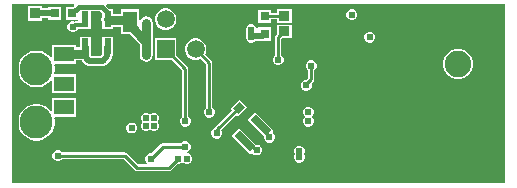
<source format=gbl>
G04*
G04 #@! TF.GenerationSoftware,Altium Limited,Altium Designer,22.10.1 (41)*
G04*
G04 Layer_Physical_Order=4*
G04 Layer_Color=16711680*
%FSTAX24Y24*%
%MOIN*%
G70*
G04*
G04 #@! TF.SameCoordinates,87BD3A09-32BE-4FA1-A735-6A54E07DCED2*
G04*
G04*
G04 #@! TF.FilePolarity,Positive*
G04*
G01*
G75*
%ADD29R,0.0335X0.0374*%
%ADD30R,0.0374X0.0335*%
G04:AMPARAMS|DCode=33|XSize=23.6mil|YSize=29.5mil|CornerRadius=0mil|HoleSize=0mil|Usage=FLASHONLY|Rotation=315.000|XOffset=0mil|YOffset=0mil|HoleType=Round|Shape=Rectangle|*
%AMROTATEDRECTD33*
4,1,4,-0.0188,-0.0021,0.0021,0.0188,0.0188,0.0021,-0.0021,-0.0188,-0.0188,-0.0021,0.0*
%
%ADD33ROTATEDRECTD33*%

%ADD36C,0.1004*%
%ADD37C,0.0886*%
%ADD38C,0.1102*%
%ADD39R,0.0594X0.0594*%
%ADD40C,0.0594*%
%ADD41C,0.0100*%
%ADD43C,0.0150*%
%ADD44C,0.0200*%
%ADD46C,0.0300*%
%ADD47C,0.0118*%
%ADD48C,0.0240*%
%ADD49R,0.0484X0.0709*%
%ADD50R,0.0315X0.0315*%
%ADD51R,0.0315X0.0315*%
G04:AMPARAMS|DCode=52|XSize=23.6mil|YSize=74.8mil|CornerRadius=0mil|HoleSize=0mil|Usage=FLASHONLY|Rotation=45.000|XOffset=0mil|YOffset=0mil|HoleType=Round|Shape=Rectangle|*
%AMROTATEDRECTD52*
4,1,4,0.0181,-0.0348,-0.0348,0.0181,-0.0181,0.0348,0.0348,-0.0181,0.0181,-0.0348,0.0*
%
%ADD52ROTATEDRECTD52*%

G04:AMPARAMS|DCode=53|XSize=15.7mil|YSize=74.8mil|CornerRadius=0mil|HoleSize=0mil|Usage=FLASHONLY|Rotation=45.000|XOffset=0mil|YOffset=0mil|HoleType=Round|Shape=Rectangle|*
%AMROTATEDRECTD53*
4,1,4,0.0209,-0.0320,-0.0320,0.0209,-0.0209,0.0320,0.0320,-0.0209,0.0209,-0.0320,0.0*
%
%ADD53ROTATEDRECTD53*%

%ADD54R,0.0236X0.0520*%
%ADD55R,0.0669X0.0512*%
G36*
X022949Y005322D02*
X00654D01*
Y011298D01*
X008583D01*
X008602Y011252D01*
X008568Y011217D01*
X008328D01*
Y010783D01*
X008722D01*
X008755Y010733D01*
X008751Y010723D01*
X008635D01*
X008635Y010723D01*
X008613Y010719D01*
X008586Y01073D01*
X008514D01*
X008448Y010703D01*
X008397Y010652D01*
X00837Y010586D01*
Y010514D01*
X008397Y010448D01*
X008448Y010397D01*
X008514Y01037D01*
X008586D01*
X008652Y010397D01*
X008703Y010448D01*
X008716Y010481D01*
X008917D01*
X008917Y010481D01*
X008928Y010483D01*
X009154D01*
Y011065D01*
X009467D01*
X009543Y010989D01*
Y010899D01*
X009526Y010873D01*
X00951Y010791D01*
X009526Y010709D01*
X009546Y01068D01*
Y010483D01*
X009902D01*
Y010545D01*
X010148D01*
Y010301D01*
X010449D01*
X010786Y009965D01*
Y0096D01*
X010802Y009518D01*
X010849Y009449D01*
X010918Y009402D01*
X011Y009386D01*
X011082Y009402D01*
X011151Y009449D01*
X011198Y009518D01*
X011214Y0096D01*
Y010054D01*
Y010675D01*
X011198Y010757D01*
X011151Y010826D01*
X011082Y010872D01*
X011Y010889D01*
X010918Y010872D01*
X010849Y010826D01*
X010802Y010757D01*
X010802Y010756D01*
X010752Y010761D01*
Y01113D01*
X010148D01*
Y010973D01*
X009902D01*
Y011123D01*
X009792D01*
X009778Y011143D01*
X00967Y011252D01*
X009689Y011298D01*
X022949D01*
Y005322D01*
D02*
G37*
%LPC*%
G36*
X015847Y011133D02*
X015353D01*
Y011018D01*
X015167D01*
Y011113D01*
X014733D01*
Y010678D01*
X015167D01*
Y010794D01*
X015353D01*
Y010679D01*
X015847D01*
Y011133D01*
D02*
G37*
G36*
X007533Y011247D02*
X007079D01*
Y010753D01*
X007533D01*
Y010837D01*
X007737D01*
Y010783D01*
X008172D01*
Y011217D01*
X007737D01*
Y011163D01*
X007533D01*
Y011247D01*
D02*
G37*
G36*
X017887Y011129D02*
X017815D01*
X017749Y011102D01*
X017698Y011051D01*
X017671Y010985D01*
Y010913D01*
X017698Y010847D01*
X017749Y010796D01*
X017815Y010769D01*
X017887D01*
X017953Y010796D01*
X018004Y010847D01*
X018031Y010913D01*
Y010985D01*
X018004Y011051D01*
X017953Y011102D01*
X017887Y011129D01*
D02*
G37*
G36*
X011697Y011157D02*
X011603D01*
X011512Y011133D01*
X011431Y011086D01*
X011364Y011019D01*
X011317Y010938D01*
X011293Y010847D01*
Y010753D01*
X011317Y010662D01*
X011364Y010581D01*
X011431Y010514D01*
X011512Y010467D01*
X011603Y010443D01*
X011697D01*
X011788Y010467D01*
X011869Y010514D01*
X011936Y010581D01*
X011983Y010662D01*
X012007Y010753D01*
Y010847D01*
X011983Y010938D01*
X011936Y011019D01*
X011869Y011086D01*
X011788Y011133D01*
X011697Y011157D01*
D02*
G37*
G36*
X018486Y01038D02*
X018414D01*
X018348Y010353D01*
X018297Y010302D01*
X01827Y010236D01*
Y010164D01*
X018297Y010098D01*
X018348Y010047D01*
X018414Y01002D01*
X018486D01*
X018552Y010047D01*
X018603Y010098D01*
X01863Y010164D01*
Y010236D01*
X018603Y010302D01*
X018552Y010353D01*
X018486Y01038D01*
D02*
G37*
G36*
X014536Y010622D02*
X014464D01*
X014398Y010594D01*
X014347Y010544D01*
X01432Y010477D01*
Y010406D01*
X014337Y010365D01*
Y010277D01*
X01432Y010236D01*
Y010164D01*
X014347Y010098D01*
X014398Y010047D01*
X014464Y01002D01*
X014536D01*
X014602Y010047D01*
X014639Y010084D01*
X014893D01*
X014908Y010087D01*
X015167D01*
Y010522D01*
X014733D01*
Y01041D01*
X01468D01*
Y010477D01*
X014653Y010544D01*
X014602Y010594D01*
X014536Y010622D01*
D02*
G37*
G36*
X009902Y010217D02*
X009546D01*
Y009895D01*
X009543Y009879D01*
Y009623D01*
X009482Y009563D01*
X009179D01*
X009157Y009585D01*
Y009879D01*
X009154Y009895D01*
Y010217D01*
X008798D01*
Y009864D01*
X008664D01*
Y009944D01*
X007874D01*
Y009528D01*
X007826Y009514D01*
X007818Y009525D01*
X007733Y009611D01*
X007633Y009677D01*
X007522Y009724D01*
X007404Y009747D01*
X007284D01*
X007165Y009724D01*
X007054Y009677D01*
X006954Y009611D01*
X006869Y009525D01*
X006802Y009425D01*
X006756Y009314D01*
X006733Y009196D01*
Y009076D01*
X006756Y008958D01*
X006802Y008846D01*
X006869Y008746D01*
X006954Y008661D01*
X007054Y008594D01*
X007165Y008548D01*
X007284Y008525D01*
X007404D01*
X007522Y008548D01*
X007633Y008594D01*
X007733Y008661D01*
X007818Y008746D01*
X007826Y008758D01*
X007874Y008744D01*
Y008328D01*
X008664D01*
Y00896D01*
X007971D01*
X00794Y008998D01*
X007955Y009076D01*
Y009196D01*
X00794Y009273D01*
X007971Y009312D01*
X008664D01*
Y009436D01*
X00885D01*
X008855Y009437D01*
X008879Y009402D01*
X008996Y009285D01*
X009049Y009249D01*
X009111Y009237D01*
X00955D01*
X009612Y009249D01*
X009665Y009285D01*
X009821Y009441D01*
X009857Y009493D01*
X009869Y009556D01*
Y009577D01*
X009902D01*
Y010217D01*
D02*
G37*
G36*
X015847Y010621D02*
X015353D01*
Y010306D01*
X015321Y010273D01*
X015296Y010237D01*
X015288Y010194D01*
X015288Y010194D01*
Y009593D01*
X015247Y009552D01*
X01522Y009486D01*
Y009414D01*
X015247Y009348D01*
X015298Y009297D01*
X015364Y00927D01*
X015436D01*
X015502Y009297D01*
X015553Y009348D01*
X01558Y009414D01*
Y009486D01*
X015553Y009552D01*
X015512Y009593D01*
Y010148D01*
X015531Y010167D01*
X015847D01*
Y010621D01*
D02*
G37*
G36*
X021466Y009803D02*
X021334D01*
X021206Y009769D01*
X021091Y009702D01*
X020998Y009609D01*
X020931Y009494D01*
X020897Y009366D01*
Y009234D01*
X020931Y009106D01*
X020998Y008991D01*
X021091Y008898D01*
X021206Y008831D01*
X021334Y008797D01*
X021466D01*
X021594Y008831D01*
X021709Y008898D01*
X021802Y008991D01*
X021869Y009106D01*
X021903Y009234D01*
Y009366D01*
X021869Y009494D01*
X021802Y009609D01*
X021709Y009702D01*
X021594Y009769D01*
X021466Y009803D01*
D02*
G37*
G36*
X016536Y00943D02*
X016464D01*
X016398Y009403D01*
X016347Y009352D01*
X01632Y009286D01*
Y009214D01*
X016347Y009148D01*
X016388Y009107D01*
Y008837D01*
X016319Y008768D01*
X016299D01*
X016233Y008741D01*
X016183Y00869D01*
X016155Y008624D01*
Y008552D01*
X016183Y008486D01*
X016233Y008435D01*
X016299Y008408D01*
X016371D01*
X016437Y008435D01*
X016488Y008486D01*
X016515Y008552D01*
Y008624D01*
X016508Y00864D01*
X016579Y008711D01*
X016604Y008748D01*
X016612Y008791D01*
X016612Y008791D01*
Y009107D01*
X016653Y009148D01*
X01668Y009214D01*
Y009286D01*
X016653Y009352D01*
X016602Y009403D01*
X016536Y00943D01*
D02*
G37*
G36*
X008664Y008172D02*
X007874D01*
Y007756D01*
X007826Y007742D01*
X007818Y007754D01*
X007733Y007839D01*
X007633Y007906D01*
X007522Y007952D01*
X007404Y007975D01*
X007284D01*
X007165Y007952D01*
X007054Y007906D01*
X006954Y007839D01*
X006869Y007754D01*
X006802Y007654D01*
X006756Y007542D01*
X006733Y007424D01*
Y007304D01*
X006756Y007186D01*
X006802Y007075D01*
X006869Y006975D01*
X006954Y006889D01*
X007054Y006823D01*
X007165Y006776D01*
X007284Y006753D01*
X007404D01*
X007522Y006776D01*
X007633Y006823D01*
X007733Y006889D01*
X007818Y006975D01*
X007885Y007075D01*
X007931Y007186D01*
X007955Y007304D01*
Y007424D01*
X00794Y007502D01*
X007971Y00754D01*
X008664D01*
Y008172D01*
D02*
G37*
G36*
X011286Y00768D02*
X011214D01*
X011148Y007653D01*
X011125Y00763D01*
X011102Y007653D01*
X011036Y00768D01*
X010964D01*
X010898Y007653D01*
X010847Y007602D01*
X01082Y007536D01*
Y007464D01*
X010847Y007398D01*
X01087Y007375D01*
X010847Y007352D01*
X01082Y007286D01*
Y007214D01*
X010847Y007148D01*
X010898Y007097D01*
X010964Y00707D01*
X011036D01*
X011102Y007097D01*
X011125Y00712D01*
X011148Y007097D01*
X011214Y00707D01*
X011286D01*
X011352Y007097D01*
X011403Y007148D01*
X01143Y007214D01*
Y007286D01*
X011403Y007352D01*
X01138Y007375D01*
X011403Y007398D01*
X01143Y007464D01*
Y007536D01*
X011403Y007602D01*
X011352Y007653D01*
X011286Y00768D01*
D02*
G37*
G36*
X014111Y008113D02*
X013817Y007819D01*
X013864Y007772D01*
X013298Y007206D01*
X013273Y00717D01*
X013272Y007163D01*
X013248Y007153D01*
X013197Y007102D01*
X01317Y007036D01*
Y006964D01*
X013197Y006898D01*
X013248Y006847D01*
X013314Y00682D01*
X013386D01*
X013452Y006847D01*
X013503Y006898D01*
X01353Y006964D01*
Y007036D01*
X013505Y007096D01*
X014022Y007614D01*
X014069Y007567D01*
X014363Y007861D01*
X014111Y008113D01*
D02*
G37*
G36*
X012697Y010157D02*
X012603D01*
X012512Y010133D01*
X012431Y010086D01*
X012364Y010019D01*
X012317Y009938D01*
X012293Y009847D01*
Y009753D01*
X012317Y009662D01*
X012364Y009581D01*
X012431Y009514D01*
X012512Y009467D01*
X012603Y009443D01*
X012697D01*
X012788Y009467D01*
X012811Y009481D01*
X012988Y009304D01*
Y007843D01*
X012947Y007802D01*
X01292Y007736D01*
Y007664D01*
X012947Y007598D01*
X012998Y007547D01*
X013064Y00752D01*
X013136D01*
X013202Y007547D01*
X013253Y007598D01*
X01328Y007664D01*
Y007736D01*
X013253Y007802D01*
X013212Y007843D01*
Y00935D01*
X013212Y00935D01*
X013204Y009393D01*
X013179Y009429D01*
X013179Y009429D01*
X012969Y009639D01*
X012983Y009662D01*
X013007Y009753D01*
Y009847D01*
X012983Y009938D01*
X012936Y010019D01*
X012869Y010086D01*
X012788Y010133D01*
X012697Y010157D01*
D02*
G37*
G36*
X016436Y00788D02*
X016364D01*
X016298Y007853D01*
X016247Y007802D01*
X01622Y007736D01*
Y007664D01*
X016247Y007598D01*
X016295Y00755D01*
X016247Y007502D01*
X01622Y007436D01*
Y007364D01*
X016247Y007298D01*
X016298Y007247D01*
X016364Y00722D01*
X016436D01*
X016502Y007247D01*
X016553Y007298D01*
X01658Y007364D01*
Y007436D01*
X016553Y007502D01*
X016505Y00755D01*
X016553Y007598D01*
X01658Y007664D01*
Y007736D01*
X016553Y007802D01*
X016502Y007853D01*
X016436Y00788D01*
D02*
G37*
G36*
X012007Y010157D02*
X011293D01*
Y009443D01*
X011848D01*
X012188Y009104D01*
Y007543D01*
X012147Y007502D01*
X01212Y007436D01*
Y007364D01*
X012147Y007298D01*
X012198Y007247D01*
X012264Y00722D01*
X012336D01*
X012402Y007247D01*
X012453Y007298D01*
X01248Y007364D01*
Y007436D01*
X012453Y007502D01*
X012412Y007543D01*
Y00915D01*
X012412Y00915D01*
X012404Y009193D01*
X012379Y009229D01*
X012379Y009229D01*
X012007Y009602D01*
Y010157D01*
D02*
G37*
G36*
X010559Y007353D02*
X010487D01*
X010421Y007326D01*
X010371Y007275D01*
X010343Y007209D01*
Y007137D01*
X010371Y007071D01*
X010421Y007021D01*
X010487Y006993D01*
X010559D01*
X010625Y007021D01*
X010676Y007071D01*
X010703Y007137D01*
Y007209D01*
X010676Y007275D01*
X010625Y007326D01*
X010559Y007353D01*
D02*
G37*
G36*
X014634Y007697D02*
X014382Y007445D01*
X014932Y006895D01*
Y006826D01*
X01496Y00676D01*
X01501Y00671D01*
X015076Y006682D01*
X015148D01*
X015214Y00671D01*
X015265Y00676D01*
X015292Y006826D01*
Y006898D01*
X015265Y006964D01*
X015232Y006997D01*
X015224Y007061D01*
X015247Y007084D01*
X014634Y007697D01*
D02*
G37*
G36*
X014105Y007168D02*
X013853Y006916D01*
X014466Y006303D01*
X014505Y006342D01*
X014535Y006336D01*
X014586Y006285D01*
X014652Y006258D01*
X014724D01*
X01479Y006285D01*
X01484Y006336D01*
X014868Y006402D01*
Y006474D01*
X01484Y00654D01*
X01479Y00659D01*
X014724Y006618D01*
X014655D01*
X014105Y007168D01*
D02*
G37*
G36*
X016136Y00658D02*
X016064D01*
X015998Y006553D01*
X015947Y006502D01*
X01592Y006436D01*
Y006364D01*
X015947Y0063D01*
X01592Y006236D01*
Y006164D01*
X015947Y006098D01*
X015998Y006047D01*
X016064Y00602D01*
X016136D01*
X016202Y006047D01*
X016253Y006098D01*
X01628Y006164D01*
Y006236D01*
X016253Y0063D01*
X01628Y006364D01*
Y006436D01*
X016253Y006502D01*
X016202Y006553D01*
X016136Y00658D01*
D02*
G37*
G36*
X012336Y00673D02*
X012264D01*
X012198Y006703D01*
X012157Y006662D01*
X01155D01*
X011507Y006654D01*
X011471Y006629D01*
X011471Y006629D01*
X011171Y00633D01*
X011114D01*
X011048Y006303D01*
X010997Y006252D01*
X01097Y006186D01*
Y006114D01*
X010997Y006048D01*
X011033Y006012D01*
X011012Y005962D01*
X010746D01*
X010379Y006329D01*
X010343Y006354D01*
X0103Y006362D01*
X0103Y006362D01*
X008193D01*
X008152Y006403D01*
X008086Y00643D01*
X008014D01*
X007948Y006403D01*
X007897Y006352D01*
X00787Y006286D01*
Y006214D01*
X007897Y006148D01*
X007948Y006097D01*
X008014Y00607D01*
X008086D01*
X008152Y006097D01*
X008193Y006138D01*
X010254D01*
X010621Y005771D01*
X010621Y005771D01*
X010657Y005746D01*
X0107Y005738D01*
X011765D01*
X011765Y005738D01*
X011808Y005746D01*
X011845Y005771D01*
X012044Y00597D01*
X012101D01*
X012167Y005997D01*
X012208Y006038D01*
X012248Y005997D01*
X012314Y00597D01*
X012386D01*
X012452Y005997D01*
X012503Y006048D01*
X01253Y006114D01*
Y006186D01*
X012503Y006252D01*
X012452Y006303D01*
X012386Y00633D01*
X01237D01*
X01236Y00638D01*
X012402Y006397D01*
X012453Y006448D01*
X01248Y006514D01*
Y006586D01*
X012453Y006652D01*
X012402Y006703D01*
X012336Y00673D01*
D02*
G37*
%LPD*%
D29*
X006794Y011D02*
D03*
X007306D02*
D03*
D30*
X0156Y010906D02*
D03*
Y010394D02*
D03*
D33*
X01409Y00784D02*
D03*
X01441Y00816D02*
D03*
D36*
X020416Y010284D02*
D03*
X022384D02*
D03*
Y008316D02*
D03*
X020416D02*
D03*
D37*
X0214Y0093D02*
D03*
D38*
X007344Y007364D02*
D03*
X007344Y009136D02*
D03*
D39*
X01165Y0098D02*
D03*
D40*
Y0108D02*
D03*
X01265Y0098D02*
D03*
Y0108D02*
D03*
D41*
X0188Y00875D02*
Y00875D01*
X017881Y007831D02*
X0188Y00875D01*
X017881Y007811D02*
Y007831D01*
X016537Y008337D02*
Y008349D01*
X0167Y008512D02*
Y00855D01*
X016537Y008349D02*
X0167Y008512D01*
X016479Y008279D02*
X016537Y008337D01*
X01535Y0073D02*
X01565Y0076D01*
X016329Y008279D02*
X016479D01*
X01565Y0076D02*
X016329Y008279D01*
X020443Y00956D02*
X02047Y009533D01*
X020416Y010284D02*
X020443Y010257D01*
Y00956D02*
Y010257D01*
X0177Y00585D02*
Y00763D01*
X017881Y007811D01*
X01465Y00845D02*
X015423Y007677D01*
X015573D02*
X0156Y00765D01*
X015423Y007677D02*
X015573D01*
X0158Y0073D02*
X01725Y00585D01*
X0177D01*
X01535Y0073D02*
X0158D01*
X016335Y008588D02*
Y008626D01*
X0165Y008791D02*
Y00925D01*
X016335Y008626D02*
X0165Y008791D01*
X01635Y00955D02*
Y01035D01*
X014961Y010906D02*
X0156D01*
X01495Y010895D02*
X014961Y010906D01*
X015463Y010277D02*
X01558Y010394D01*
X015463Y010257D02*
Y010277D01*
X0154Y00945D02*
Y010194D01*
X01558Y010394D02*
X0156D01*
X0154Y010194D02*
X015463Y010257D01*
X01265Y0098D02*
X0131Y00935D01*
Y0077D02*
Y00935D01*
X01441Y008185D02*
X01465Y008425D01*
X01441Y00816D02*
Y008185D01*
X01465Y008425D02*
Y00845D01*
X01265Y0108D02*
X01365Y0098D01*
Y00892D02*
Y0098D01*
Y00892D02*
X01441Y00816D01*
X010912Y0069D02*
X010962Y00685D01*
X011944D01*
X01155Y00655D02*
X0123D01*
X008554Y0069D02*
X010912D01*
X01115Y00615D02*
X01155Y00655D01*
X0107Y00585D02*
X011765D01*
X0103Y00625D02*
X0107Y00585D01*
X00805Y00625D02*
X0103D01*
X011765Y00585D02*
X012065Y00615D01*
X00845Y00675D02*
Y006796D01*
X008554Y0069D01*
X011994D02*
X01265D01*
X011944Y00685D02*
X011994Y0069D01*
X01265D02*
X0133Y00625D01*
X01415D01*
X01165Y0098D02*
X0123Y00915D01*
Y0074D02*
Y00915D01*
X01335Y007D02*
X013377Y007027D01*
Y007127D01*
X01409Y00784D01*
X014814Y007173D02*
X014839D01*
X015112Y0069D01*
Y006862D02*
Y0069D01*
X01465Y006438D02*
X014688D01*
X014377Y006711D02*
X01465Y006438D01*
X014377Y006711D02*
Y006736D01*
X014814Y007173D02*
Y007264D01*
X014286Y006736D02*
X014377D01*
D43*
X008748Y011203D02*
X009524D01*
X008545Y011D02*
X008748Y011203D01*
X009524D02*
X009681Y011046D01*
Y010846D02*
Y011046D01*
Y010846D02*
X009724Y010803D01*
X006658Y006942D02*
X00695Y00665D01*
X007968D02*
X008068Y00675D01*
X0081D01*
X00695Y00665D02*
X007968D01*
X006658Y006942D02*
Y01031D01*
X006794Y010447D01*
X010283Y009283D02*
Y009517D01*
X01045Y009684D01*
X01005Y00905D02*
X010283Y009283D01*
X00705Y0102D02*
X0086D01*
X00875Y01035D01*
X009484D01*
X009393Y00994D02*
Y010167D01*
X009396Y01017D01*
Y010262D01*
X00935Y009897D02*
X009393Y00994D01*
X009396Y010262D02*
X009484Y01035D01*
X00995D01*
X010283Y010017D01*
Y009851D02*
X01045Y009684D01*
X010283Y009851D02*
Y010017D01*
X006794Y010447D02*
Y011D01*
Y010447D02*
X007041Y0102D01*
X00705D01*
D44*
X0145D02*
Y010442D01*
X014511Y0102D02*
X014558Y010247D01*
X0145Y0102D02*
X014511D01*
X014893Y010247D02*
X01495Y010305D01*
X014558Y010247D02*
X014893D01*
X009706Y009556D02*
Y009879D01*
X009724Y009897D01*
X00955Y0094D02*
X009706Y009556D01*
X009111Y0094D02*
X00955D01*
X008994Y009517D02*
Y009879D01*
Y009517D02*
X009111Y0094D01*
X008976Y009897D02*
X008994Y009879D01*
X007306Y011D02*
X007955D01*
D46*
X011Y010054D02*
Y010675D01*
X01045Y010604D02*
X011Y010054D01*
Y00995D02*
Y010054D01*
X010407Y010759D02*
X01045Y010716D01*
X011Y0096D02*
Y00995D01*
X01045Y010604D02*
Y010716D01*
X008291Y00965D02*
X00885D01*
X008269Y009628D02*
X008291Y00965D01*
X009724Y010791D02*
X009756Y010759D01*
X010407D01*
D47*
X008583Y01055D02*
X008635Y010602D01*
X008917D01*
X00855Y01055D02*
X008583D01*
X01455Y007D02*
X0149Y00665D01*
X01415Y0074D02*
X01455Y007D01*
X008976Y010661D02*
Y010803D01*
X008917Y010602D02*
X008976Y010661D01*
D48*
X010523Y007173D02*
D03*
X0225Y00925D02*
D03*
X0188Y00875D02*
D03*
X0167Y00855D02*
D03*
X02047Y009533D02*
D03*
X019818Y00902D02*
D03*
X020647Y008978D02*
D03*
X021418Y008672D02*
D03*
X022024Y009239D02*
D03*
X02154Y009914D02*
D03*
X01915Y00635D02*
D03*
X01975Y0069D02*
D03*
X02005Y0074D02*
D03*
X017851Y010949D02*
D03*
X01965Y0101D02*
D03*
X0198Y01065D02*
D03*
X0192Y0101D02*
D03*
Y01065D02*
D03*
Y01115D02*
D03*
X01845Y0102D02*
D03*
X015Y00825D02*
D03*
X0153Y00795D02*
D03*
X0156Y00765D02*
D03*
X0164Y0074D02*
D03*
Y0077D02*
D03*
X016335Y008588D02*
D03*
X0165Y00925D02*
D03*
X01635Y00955D02*
D03*
X017881Y007831D02*
D03*
X01635Y01035D02*
D03*
X0143Y01115D02*
D03*
X0134D02*
D03*
X0163Y011179D02*
D03*
X0222Y00735D02*
D03*
X0215Y0074D02*
D03*
X0207D02*
D03*
X0222Y0069D02*
D03*
X0215Y00685D02*
D03*
X02045Y0069D02*
D03*
X02215Y00635D02*
D03*
X0215D02*
D03*
X0206D02*
D03*
X02215Y00585D02*
D03*
X0211D02*
D03*
X01975Y00635D02*
D03*
X0203Y0058D02*
D03*
X01945Y00585D02*
D03*
X01855D02*
D03*
X0177D02*
D03*
X0145Y010442D02*
D03*
X0221Y01115D02*
D03*
X017809Y005441D02*
D03*
X01705Y00545D02*
D03*
X0186D02*
D03*
X01925D02*
D03*
X02D02*
D03*
X0208D02*
D03*
X0215D02*
D03*
X00675Y0062D02*
D03*
X011Y00545D02*
D03*
X00945D02*
D03*
X00855D02*
D03*
X0076D02*
D03*
X0068D02*
D03*
X0222D02*
D03*
X0228D02*
D03*
Y00585D02*
D03*
Y0064D02*
D03*
Y0069D02*
D03*
Y0074D02*
D03*
Y01115D02*
D03*
X02135D02*
D03*
X02065D02*
D03*
X01995D02*
D03*
X0154Y00945D02*
D03*
X0145Y0102D02*
D03*
X01285Y00915D02*
D03*
X01465Y00845D02*
D03*
X01165Y00915D02*
D03*
X0161Y0062D02*
D03*
Y0064D02*
D03*
X011Y010675D02*
D03*
Y01035D02*
D03*
X01125Y00685D02*
D03*
X0123Y00655D02*
D03*
X011Y00725D02*
D03*
X01125D02*
D03*
Y0075D02*
D03*
X011D02*
D03*
Y0096D02*
D03*
Y00995D02*
D03*
X01115Y00615D02*
D03*
X00805Y00625D02*
D03*
X01235Y00615D02*
D03*
X012065D02*
D03*
X0131Y0077D02*
D03*
X0123Y0074D02*
D03*
X01335Y007D02*
D03*
X013736Y006939D02*
D03*
X00705Y0102D02*
D03*
X00925Y0079D02*
D03*
X00855Y01055D02*
D03*
X01005Y00905D02*
D03*
X01415Y00625D02*
D03*
Y0074D02*
D03*
X0148Y0078D02*
D03*
X01535Y0073D02*
D03*
X015112Y006862D02*
D03*
X0149Y00665D02*
D03*
X014688Y006438D02*
D03*
X0081Y0095D02*
D03*
X00845D02*
D03*
Y00975D02*
D03*
X0081D02*
D03*
Y00675D02*
D03*
X00845D02*
D03*
Y007D02*
D03*
X0081D02*
D03*
X0083Y00785D02*
D03*
Y0086D02*
D03*
D49*
X01045Y010716D02*
D03*
Y009684D02*
D03*
D50*
X008545Y011D02*
D03*
X007955D02*
D03*
D51*
X01495Y010305D02*
D03*
Y010895D02*
D03*
D52*
X014814Y007264D02*
D03*
X014286Y006736D02*
D03*
D53*
X01455Y007D02*
D03*
D54*
X009724Y010803D02*
D03*
X008976D02*
D03*
Y009897D02*
D03*
X00935D02*
D03*
X009724D02*
D03*
D55*
X008269Y007856D02*
D03*
Y008644D02*
D03*
Y006872D02*
D03*
Y009628D02*
D03*
M02*

</source>
